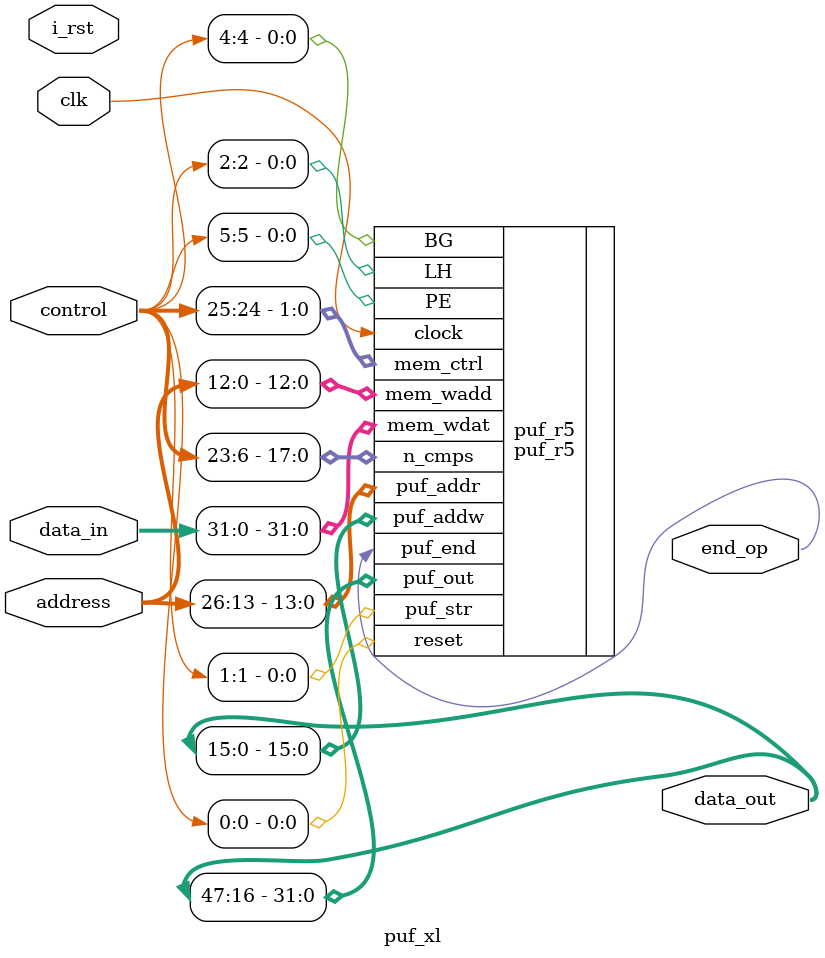
<source format=v>
`timescale 1ns / 1ps

module puf_xl(
    input   clk,
    input   i_rst,
    input   [31:0]  control,
    input   [63:0]  address,
    input   [63:0]  data_in,
    output  [63:0]  data_out,
    output          end_op
    );
    
    puf_r5 #(
        .Nx(16),
        .Ny(16),
        .Xo(8),
        .Yo(15),
        .Bpc(4),
        .Dbw(32),
        .Nbc(14)
    ) puf_r5 (
        .clock      (   clk             ),
        .reset      (   control[0]      ),
        .puf_str    (   control[1]      ),
        .LH         (   control[2]      ),
        .BG         (   control[4]      ),
        .PE         (   control[5]      ),
        .n_cmps     (   control[23:6]   ), // (clog2(512*Nx*Ny) downto 0) = 17:0 ;
        .mem_ctrl   (   control[25:24]  ), // 2
        .mem_wadd   (   address[12:0]   ), // (clog2((512*Nx*Ny+Dbw-1)/Dbw)-1 downto 0) = 12 : 0
        .mem_wdat   (   data_in[31:0]   ), // (clog2(512*Nx*Ny/Dbw-1) downto 0) = 11 : 0
        .puf_addr   (   address[26:13]  ), // (clog2(512*Nx*Ny*Bpc/Dbw-1) downto 0) : 13 : 0
        .puf_addw   (   data_out[15:0]  ),  // (clog2(512*Nx*Ny*Bpc/Dbw) downto 0) : 14 : 0
        .puf_end    (   end_op          ), // 1 
        .puf_out    (   data_out[47:16] ) // 32 
    );
	
endmodule

</source>
